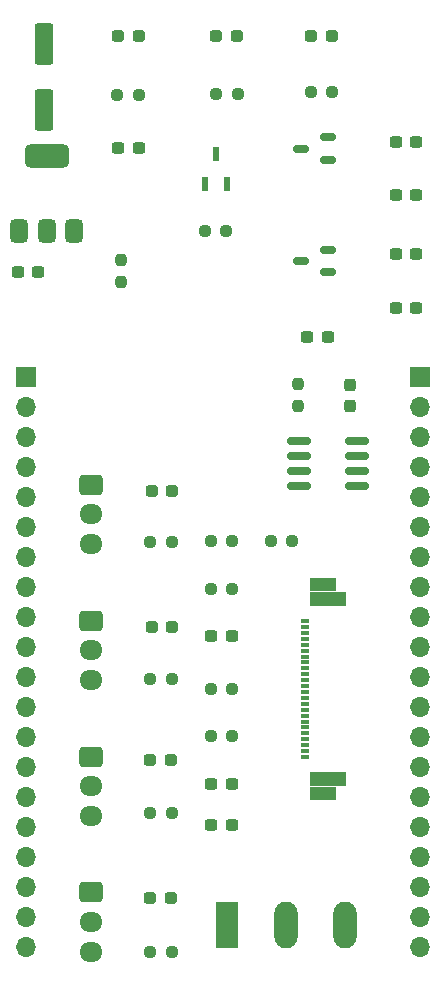
<source format=gbr>
%TF.GenerationSoftware,KiCad,Pcbnew,8.0.5*%
%TF.CreationDate,2024-10-31T16:18:24-07:00*%
%TF.ProjectId,CustomMotorshield,43757374-6f6d-44d6-9f74-6f7273686965,rev?*%
%TF.SameCoordinates,Original*%
%TF.FileFunction,Soldermask,Top*%
%TF.FilePolarity,Negative*%
%FSLAX46Y46*%
G04 Gerber Fmt 4.6, Leading zero omitted, Abs format (unit mm)*
G04 Created by KiCad (PCBNEW 8.0.5) date 2024-10-31 16:18:24*
%MOMM*%
%LPD*%
G01*
G04 APERTURE LIST*
G04 Aperture macros list*
%AMRoundRect*
0 Rectangle with rounded corners*
0 $1 Rounding radius*
0 $2 $3 $4 $5 $6 $7 $8 $9 X,Y pos of 4 corners*
0 Add a 4 corners polygon primitive as box body*
4,1,4,$2,$3,$4,$5,$6,$7,$8,$9,$2,$3,0*
0 Add four circle primitives for the rounded corners*
1,1,$1+$1,$2,$3*
1,1,$1+$1,$4,$5*
1,1,$1+$1,$6,$7*
1,1,$1+$1,$8,$9*
0 Add four rect primitives between the rounded corners*
20,1,$1+$1,$2,$3,$4,$5,0*
20,1,$1+$1,$4,$5,$6,$7,0*
20,1,$1+$1,$6,$7,$8,$9,0*
20,1,$1+$1,$8,$9,$2,$3,0*%
G04 Aperture macros list end*
%ADD10C,0.000000*%
%ADD11O,1.980000X3.960000*%
%ADD12R,1.980000X3.960000*%
%ADD13RoundRect,0.250000X0.550000X-1.500000X0.550000X1.500000X-0.550000X1.500000X-0.550000X-1.500000X0*%
%ADD14R,0.609600X1.168400*%
%ADD15R,0.800000X0.300000*%
%ADD16R,3.049999X1.300000*%
%ADD17RoundRect,0.150000X-0.825000X-0.150000X0.825000X-0.150000X0.825000X0.150000X-0.825000X0.150000X0*%
%ADD18RoundRect,0.375000X0.375000X-0.625000X0.375000X0.625000X-0.375000X0.625000X-0.375000X-0.625000X0*%
%ADD19RoundRect,0.500000X1.400000X-0.500000X1.400000X0.500000X-1.400000X0.500000X-1.400000X-0.500000X0*%
%ADD20RoundRect,0.150000X0.512500X0.150000X-0.512500X0.150000X-0.512500X-0.150000X0.512500X-0.150000X0*%
%ADD21RoundRect,0.237500X-0.250000X-0.237500X0.250000X-0.237500X0.250000X0.237500X-0.250000X0.237500X0*%
%ADD22RoundRect,0.237500X0.250000X0.237500X-0.250000X0.237500X-0.250000X-0.237500X0.250000X-0.237500X0*%
%ADD23RoundRect,0.237500X0.237500X-0.250000X0.237500X0.250000X-0.237500X0.250000X-0.237500X-0.250000X0*%
%ADD24RoundRect,0.237500X-0.237500X0.250000X-0.237500X-0.250000X0.237500X-0.250000X0.237500X0.250000X0*%
%ADD25RoundRect,0.237500X-0.237500X0.300000X-0.237500X-0.300000X0.237500X-0.300000X0.237500X0.300000X0*%
%ADD26RoundRect,0.237500X0.300000X0.237500X-0.300000X0.237500X-0.300000X-0.237500X0.300000X-0.237500X0*%
%ADD27RoundRect,0.237500X-0.300000X-0.237500X0.300000X-0.237500X0.300000X0.237500X-0.300000X0.237500X0*%
%ADD28O,1.950000X1.700000*%
%ADD29RoundRect,0.250000X-0.725000X0.600000X-0.725000X-0.600000X0.725000X-0.600000X0.725000X0.600000X0*%
%ADD30RoundRect,0.237500X-0.287500X-0.237500X0.287500X-0.237500X0.287500X0.237500X-0.287500X0.237500X0*%
%ADD31R,1.700000X1.700000*%
%ADD32O,1.700000X1.700000*%
%ADD33RoundRect,0.237500X0.287500X0.237500X-0.287500X0.237500X-0.287500X-0.237500X0.287500X-0.237500X0*%
G04 APERTURE END LIST*
D10*
%TO.C,J3*%
G36*
X92675000Y-135900000D02*
G01*
X90475000Y-135900000D01*
X90475000Y-134800000D01*
X92675000Y-134800000D01*
X92675000Y-135900000D01*
G37*
G36*
X92675000Y-118200000D02*
G01*
X90475000Y-118200000D01*
X90475000Y-117100000D01*
X92675000Y-117100000D01*
X92675000Y-118200000D01*
G37*
%TD*%
D11*
%TO.C,J4*%
X93500000Y-146500000D03*
X88500000Y-146500000D03*
D12*
X83500000Y-146500000D03*
%TD*%
D13*
%TO.C,C8*%
X68000000Y-77500000D03*
X68000000Y-71900000D03*
%TD*%
D14*
%TO.C,Q1*%
X81599998Y-83700000D03*
X83500000Y-83700000D03*
X82549999Y-81210800D03*
%TD*%
D15*
%TO.C,J3*%
X90075000Y-132249988D03*
X90075000Y-131749990D03*
X90075000Y-131249988D03*
X90075000Y-130749989D03*
X90075000Y-130249987D03*
X90075000Y-129749988D03*
X90075000Y-129249989D03*
X90075000Y-128749988D03*
X90075000Y-128249989D03*
X90075000Y-127749987D03*
X90075000Y-127249988D03*
X90075000Y-126749989D03*
X90075000Y-126249988D03*
X90075000Y-125749989D03*
X90075000Y-125249987D03*
X90075000Y-124749988D03*
X90075000Y-124249989D03*
X90075000Y-123749988D03*
X90075000Y-123249989D03*
X90075000Y-122749990D03*
X90075000Y-122249988D03*
X90075000Y-121749989D03*
X90075000Y-121249988D03*
X90075000Y-120749989D03*
D16*
X92000000Y-134149989D03*
X92000000Y-118850011D03*
%TD*%
D17*
%TO.C,U4*%
X89550000Y-105500000D03*
X89550000Y-106770000D03*
X89550000Y-108040000D03*
X89550000Y-109310000D03*
X94500000Y-109310000D03*
X94500000Y-108040000D03*
X94500000Y-106770000D03*
X94500000Y-105500000D03*
%TD*%
D18*
%TO.C,U3*%
X70500000Y-87700000D03*
D19*
X68200000Y-81400000D03*
D18*
X68200000Y-87700000D03*
X65900000Y-87700000D03*
%TD*%
D20*
%TO.C,U2*%
X89725000Y-90250000D03*
X92000000Y-89300000D03*
X92000000Y-91200000D03*
%TD*%
%TO.C,U1*%
X89725000Y-80750000D03*
X92000000Y-79800000D03*
X92000000Y-81700000D03*
%TD*%
D21*
%TO.C,R15*%
X89000000Y-114000000D03*
X87175000Y-114000000D03*
%TD*%
D22*
%TO.C,R14*%
X82087500Y-130500000D03*
X83912500Y-130500000D03*
%TD*%
D23*
%TO.C,R13*%
X89500000Y-102500000D03*
X89500000Y-100675000D03*
%TD*%
D22*
%TO.C,R12*%
X83912500Y-114000000D03*
X82087500Y-114000000D03*
%TD*%
%TO.C,R11*%
X83912500Y-118000000D03*
X82087500Y-118000000D03*
%TD*%
%TO.C,R10*%
X83912500Y-126500000D03*
X82087500Y-126500000D03*
%TD*%
D24*
%TO.C,R9*%
X74500000Y-92025000D03*
X74500000Y-90200000D03*
%TD*%
D22*
%TO.C,R8*%
X81587500Y-87700000D03*
X83412500Y-87700000D03*
%TD*%
D21*
%TO.C,R7*%
X92412500Y-75980000D03*
X90587500Y-75980000D03*
%TD*%
%TO.C,R6*%
X84400000Y-76090000D03*
X82575000Y-76090000D03*
%TD*%
%TO.C,R5*%
X76012500Y-76200000D03*
X74187500Y-76200000D03*
%TD*%
D22*
%TO.C,R4*%
X78825000Y-114050000D03*
X77000000Y-114050000D03*
%TD*%
%TO.C,R3*%
X77000000Y-125660000D03*
X78825000Y-125660000D03*
%TD*%
%TO.C,R2*%
X76962500Y-137000000D03*
X78787500Y-137000000D03*
%TD*%
%TO.C,R1*%
X77000000Y-148720000D03*
X78825000Y-148720000D03*
%TD*%
D25*
%TO.C,C12*%
X93862500Y-102500000D03*
X93862500Y-100775000D03*
%TD*%
D26*
%TO.C,C11*%
X82137500Y-122000000D03*
X83862500Y-122000000D03*
%TD*%
D27*
%TO.C,C10*%
X90275000Y-96700000D03*
X92000000Y-96700000D03*
%TD*%
%TO.C,C9*%
X76000000Y-80700000D03*
X74275000Y-80700000D03*
%TD*%
D26*
%TO.C,C7*%
X65775000Y-91200000D03*
X67500000Y-91200000D03*
%TD*%
D27*
%TO.C,C6*%
X99500000Y-94200000D03*
X97775000Y-94200000D03*
%TD*%
%TO.C,C5*%
X99500000Y-89700000D03*
X97775000Y-89700000D03*
%TD*%
%TO.C,C4*%
X99500000Y-84700000D03*
X97775000Y-84700000D03*
%TD*%
%TO.C,C3*%
X97775000Y-80200000D03*
X99500000Y-80200000D03*
%TD*%
D26*
%TO.C,C2*%
X82137500Y-134500000D03*
X83862500Y-134500000D03*
%TD*%
%TO.C,C1*%
X83862500Y-138000000D03*
X82137500Y-138000000D03*
%TD*%
D28*
%TO.C,Motor4*%
X72000000Y-114220000D03*
X72000000Y-111720000D03*
D29*
X72000000Y-109220000D03*
%TD*%
D28*
%TO.C,Motor2*%
X72000000Y-137220000D03*
X72000000Y-134720000D03*
D29*
X72000000Y-132220000D03*
%TD*%
D28*
%TO.C,Motor1*%
X72000000Y-148720000D03*
X72000000Y-146220000D03*
D29*
X72000000Y-143720000D03*
%TD*%
D30*
%TO.C,D7*%
X92375000Y-71200000D03*
X90625000Y-71200000D03*
%TD*%
%TO.C,D6*%
X84300000Y-71200000D03*
X82550000Y-71200000D03*
%TD*%
D31*
%TO.C,J1*%
X99837500Y-100080000D03*
D32*
X99837500Y-102620000D03*
X99837500Y-105160000D03*
X99837500Y-107700000D03*
X99837500Y-110240000D03*
X99837500Y-112780000D03*
X99837500Y-115320000D03*
X99837500Y-117860000D03*
X99837500Y-120400000D03*
X99837500Y-122940000D03*
X99837500Y-125480000D03*
X99837500Y-128020000D03*
X99837500Y-130560000D03*
X99837500Y-133100000D03*
X99837500Y-135640000D03*
X99837500Y-138180000D03*
X99837500Y-140720000D03*
X99837500Y-143260000D03*
X99837500Y-145800000D03*
X99837500Y-148340000D03*
%TD*%
D33*
%TO.C,D4*%
X78850000Y-109720000D03*
X77100000Y-109720000D03*
%TD*%
D28*
%TO.C,Motor3*%
X72000000Y-125720000D03*
X72000000Y-123220000D03*
D29*
X72000000Y-120720000D03*
%TD*%
D33*
%TO.C,D1*%
X77000000Y-144220000D03*
X78750000Y-144220000D03*
%TD*%
%TO.C,D3*%
X77100000Y-121220000D03*
X78850000Y-121220000D03*
%TD*%
%TO.C,D2*%
X77000000Y-132500000D03*
X78750000Y-132500000D03*
%TD*%
D31*
%TO.C,J2*%
X66500000Y-100080000D03*
D32*
X66500000Y-102620000D03*
X66500000Y-105160000D03*
X66500000Y-107700000D03*
X66500000Y-110240000D03*
X66500000Y-112780000D03*
X66500000Y-115320000D03*
X66500000Y-117860000D03*
X66500000Y-120400000D03*
X66500000Y-122940000D03*
X66500000Y-125480000D03*
X66500000Y-128020000D03*
X66500000Y-130560000D03*
X66500000Y-133100000D03*
X66500000Y-135640000D03*
X66500000Y-138180000D03*
X66500000Y-140720000D03*
X66500000Y-143260000D03*
X66500000Y-145800000D03*
X66500000Y-148340000D03*
%TD*%
D30*
%TO.C,D5*%
X76037500Y-71200000D03*
X74287500Y-71200000D03*
%TD*%
M02*

</source>
